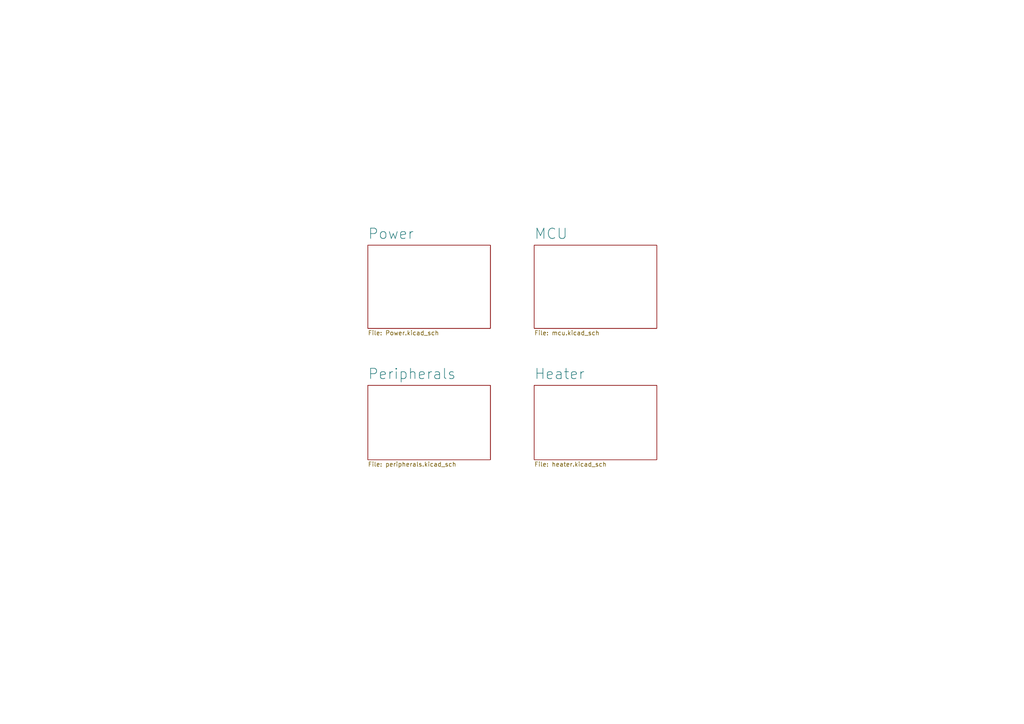
<source format=kicad_sch>
(kicad_sch (version 20211123) (generator eeschema)
  (paper "A4")
  (title_block (title "Feet warmer") (rev "0"))
  (lib_symbols)
  (sheet (at 154.94 71.12) (size 35.56 24.13) (stroke (width 0.1524))
    (property "Sheet name" "MCU" (at 154.94 69.5434 0) (effects (font (size 3 3)) (justify left bottom)))
    (property "Sheet file" "mcu.kicad_sch" (at 154.94 95.8346 0) (effects (justify left top)))
  )
  (sheet (at 154.94 111.76) (size 35.56 21.59) (stroke (width 0.1524))
    (property "Sheet name" "Heater" (at 154.94 110.1834 0) (effects (font (size 3 3)) (justify left bottom)))
    (property "Sheet file" "heater.kicad_sch" (at 154.94 133.9346 0) (effects (justify left top)))
  )
  (sheet (at 106.68 111.76) (size 35.56 21.59) (stroke (width 0.1524))
    (property "Sheet name" "Peripherals" (at 106.68 110.1834 0) (effects (font (size 3 3)) (justify left bottom)))
    (property "Sheet file" "peripherals.kicad_sch" (at 106.68 133.9346 0) (effects (justify left top)))
  )
  (sheet (at 106.68 71.12) (size 35.56 24.13) (stroke (width 0.1524))
    (property "Sheet name" "Power" (at 106.68 69.5434 0) (effects (font (size 3 3)) (justify left bottom)))
    (property "Sheet file" "Power.kicad_sch" (at 106.68 95.8346 0) (effects (justify left top)))
  )
)
</source>
